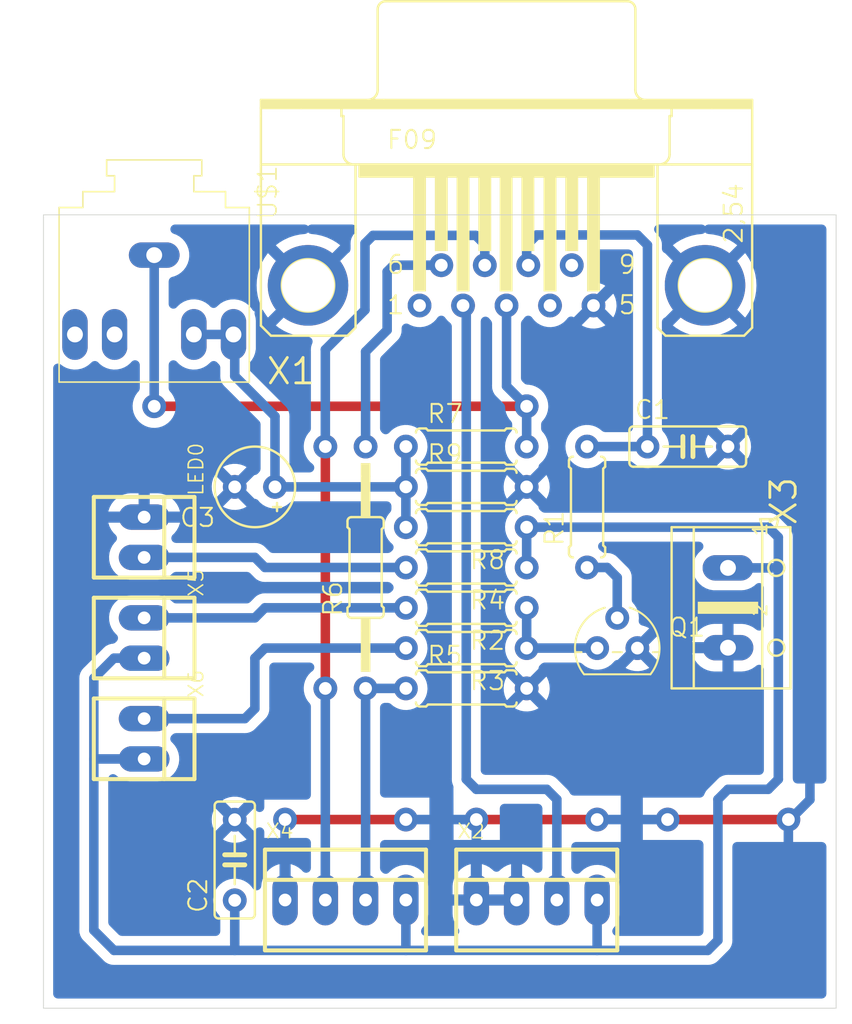
<source format=kicad_pcb>
(kicad_pcb (version 20211014) (generator pcbnew)
  (layers (0 "F.Cu" signal) (31 "B.Cu" signal) (34 "B.Paste" user) (35 "F.Paste" user) (36 "B.SilkS" user "B.Silkscreen") (37 "F.SilkS" user "F.Silkscreen") (38 "B.Mask" user) (39 "F.Mask" user) (44 "Edge.Cuts" user))
  (net 0 "")
  (net 1 "GND")
  (net 2 "N$1")
  (net 3 "N$3")
  (net 4 "+5V")
  (net 5 "N$4")
  (net 6 "N$8")
  (net 7 "N$2")
  (net 8 "N$5")
  (net 9 "N$6")
  (net 10 "N$7")
  (net 11 "N$10")
  (net 12 "N$11")
  (net 13 "N$12")
  (net 14 "N$14")
  (footprint "hub_exterior:0207_7" (layer "F.Cu") (at 150.4061 107.5436 180)
    (fp_text reference "R3" (at -2.54 -1.397 180) (layer "F.SilkS") (effects (font (size 1.143 1.143) (thickness 0.127)) (justify right top)))
    (fp_text value "1kΩ")
    (fp_line (start 2.413 -1.016) (end 2.54 -1.143) (layer "F.SilkS") (width 0.1524))
    (fp_line (start 2.921 1.143) (end 2.54 1.143) (layer "F.SilkS") (width 0.1524))
    (fp_line (start -2.921 1.143) (end -2.54 1.143) (layer "F.SilkS") (width 0.1524))
    (fp_line (start -2.413 -1.016) (end -2.54 -1.143) (layer "F.SilkS") (width 0.1524))
    (fp_line (start -2.921 -1.143) (end -2.54 -1.143) (layer "F.SilkS") (width 0.1524))
    (fp_line (start 2.413 1.016) (end -2.413 1.016) (layer "F.SilkS") (width 0.1524))
    (fp_line (start 2.921 -1.143) (end 2.54 -1.143) (layer "F.SilkS") (width 0.1524))
    (fp_line (start 2.413 1.016) (end 2.54 1.143) (layer "F.SilkS") (width 0.1524))
    (fp_line (start 2.413 -1.016) (end -2.413 -1.016) (layer "F.SilkS") (width 0.1524))
    (fp_line (start -2.413 1.016) (end -2.54 1.143) (layer "F.SilkS") (width 0.1524))
    (fp_arc (start -3.175 -0.889) (mid -3.100605 -1.068605) (end -2.921 -1.143) (layer "F.SilkS") (width 0.1524))
    (fp_arc (start -2.921 1.143) (mid -3.100605 1.068605) (end -3.175 0.889) (layer "F.SilkS") (width 0.1524))
    (fp_arc (start 2.921 -1.143) (mid 3.100605 -1.068605) (end 3.175 -0.889) (layer "F.SilkS") (width 0.1524))
    (fp_arc (start 3.175 0.889) (mid 3.100605 1.068605) (end 2.921 1.143) (layer "F.SilkS") (width 0.1524))
    (pad "1" thru_hole circle (at -3.81 0 180) (size 1.5 1.5) (drill 0.8) (layers *.Cu *.Mask) (net 3 "N$3"))
    (pad "2" thru_hole circle (at 3.81 0 180) (size 1.5 1.5) (drill 0.8) (layers *.Cu *.Mask) (net 9 "N$6"))
  )
  (footprint "hub_exterior:22-23-2041" (layer "F.Cu") (at 142.7861 123.4186)
    (fp_text reference "X4" (at -5.08 -3.81) (layer "F.SilkS") (effects (font (size 0.9144 0.9144) (thickness 0.1016)) (justify left bottom)))
    (fp_text value "GPS")
    (fp_line (start 5.08 3.175) (end -5.08 3.175) (layer "F.SilkS") (width 0.254))
    (fp_line (start -5.08 -1.27) (end 5.08 -1.27) (layer "F.SilkS") (width 0.254))
    (fp_line (start -5.08 3.175) (end -5.08 -1.27) (layer "F.SilkS") (width 0.254))
    (fp_line (start 5.08 -3.175) (end 5.08 -1.27) (layer "F.SilkS") (width 0.254))
    (fp_line (start 5.08 -1.27) (end 5.08 3.175) (layer "F.SilkS") (width 0.254))
    (fp_line (start -5.08 -3.175) (end 5.08 -3.175) (layer "F.SilkS") (width 0.254))
    (fp_line (start -5.08 -1.27) (end -5.08 -3.175) (layer "F.SilkS") (width 0.254))
    (pad "1" thru_hole oval (at -3.81 0 90) (size 3.2 1.6) (drill 0.8) (layers *.Cu *.Mask) (net 1 "GND"))
    (pad "2" thru_hole oval (at -1.27 0 90) (size 3.2 1.6) (drill 0.8) (layers *.Cu *.Mask) (net 11 "N$10"))
    (pad "3" thru_hole oval (at 1.27 0 90) (size 3.2 1.6) (drill 0.8) (layers *.Cu *.Mask) (net 13 "N$12"))
    (pad "4" thru_hole oval (at 3.81 0 90) (size 3.2 1.6) (drill 0.8) (layers *.Cu *.Mask) (net 4 "+5V"))
  )
  (footprint "hub_exterior:0207_7" (layer "F.Cu") (at 150.4061 105.0036 180)
    (fp_text reference "R2" (at -2.54 -1.397 180) (layer "F.SilkS") (effects (font (size 1.143 1.143) (thickness 0.127)) (justify right top)))
    (fp_text value "470Ω")
    (fp_line (start -2.921 -1.143) (end -2.54 -1.143) (layer "F.SilkS") (width 0.1524))
    (fp_line (start 2.413 -1.016) (end -2.413 -1.016) (layer "F.SilkS") (width 0.1524))
    (fp_line (start -2.413 -1.016) (end -2.54 -1.143) (layer "F.SilkS") (width 0.1524))
    (fp_line (start -2.413 1.016) (end -2.54 1.143) (layer "F.SilkS") (width 0.1524))
    (fp_line (start 2.413 1.016) (end 2.54 1.143) (layer "F.SilkS") (width 0.1524))
    (fp_line (start -2.921 1.143) (end -2.54 1.143) (layer "F.SilkS") (width 0.1524))
    (fp_line (start 2.921 1.143) (end 2.54 1.143) (layer "F.SilkS") (width 0.1524))
    (fp_line (start 2.921 -1.143) (end 2.54 -1.143) (layer "F.SilkS") (width 0.1524))
    (fp_line (start 2.413 1.016) (end -2.413 1.016) (layer "F.SilkS") (width 0.1524))
    (fp_line (start 2.413 -1.016) (end 2.54 -1.143) (layer "F.SilkS") (width 0.1524))
    (fp_arc (start 3.175 0.889) (mid 3.100605 1.068605) (end 2.921 1.143) (layer "F.SilkS") (width 0.1524))
    (fp_arc (start 2.921 -1.143) (mid 3.100605 -1.068605) (end 3.175 -0.889) (layer "F.SilkS") (width 0.1524))
    (fp_arc (start -3.175 -0.889) (mid -3.100605 -1.068605) (end -2.921 -1.143) (layer "F.SilkS") (width 0.1524))
    (fp_arc (start -2.921 1.143) (mid -3.100605 1.068605) (end -3.175 0.889) (layer "F.SilkS") (width 0.1524))
    (pad "1" thru_hole circle (at -3.81 0 180) (size 1.5 1.5) (drill 0.8) (layers *.Cu *.Mask) (net 3 "N$3"))
    (pad "2" thru_hole circle (at 3.81 0 180) (size 1.5 1.5) (drill 0.8) (layers *.Cu *.Mask) (net 8 "N$5"))
  )
  (footprint "hub_exterior:C050-025X075" (layer "F.Cu") (at 164.3761 94.8436)
    (fp_text reference "C1" (at -3.429 -1.651) (layer "F.SilkS") (effects (font (size 1.143 1.143) (thickness 0.127)) (justify left bottom)))
    (fp_text value "10nF")
    (fp_line (start -0.3048 0) (end -1.524 0) (layer "F.SilkS") (width 0.1524))
    (fp_line (start 0.3302 0) (end 0.3302 0.635) (layer "F.SilkS") (width 0.3048))
    (fp_line (start -0.3048 0) (end -0.3048 0.635) (layer "F.SilkS") (width 0.3048))
    (fp_line (start 0.3302 -0.635) (end 0.3302 0) (layer "F.SilkS") (width 0.3048))
    (fp_line (start 0.3302 0) (end 1.524 0) (layer "F.SilkS") (width 0.1524))
    (fp_line (start -0.3048 -0.635) (end -0.3048 0) (layer "F.SilkS") (width 0.3048))
    (fp_line (start 3.429 -1.27) (end -3.429 -1.27) (layer "F.SilkS") (width 0.1524))
    (fp_line (start -3.683 -1.016) (end -3.683 1.016) (layer "F.SilkS") (width 0.1524))
    (fp_line (start 3.683 1.016) (end 3.683 -1.016) (layer "F.SilkS") (width 0.1524))
    (fp_line (start -3.429 1.27) (end 3.429 1.27) (layer "F.SilkS") (width 0.1524))
    (fp_arc (start 3.683 1.016) (mid 3.608605 1.195605) (end 3.429 1.27) (layer "F.SilkS") (width 0.1524))
    (fp_arc (start 3.429 -1.27) (mid 3.608605 -1.195605) (end 3.683 -1.016) (layer "F.SilkS") (width 0.1524))
    (fp_arc (start -3.683 -1.016) (mid -3.608605 -1.195605) (end -3.429 -1.27) (layer "F.SilkS") (width 0.1524))
    (fp_arc (start -3.429 1.27) (mid -3.608605 1.195605) (end -3.683 1.016) (layer "F.SilkS") (width 0.1524))
    (pad "1" thru_hole circle (at -2.54 0) (size 1.5 1.5) (drill 0.8) (layers *.Cu *.Mask) (net 6 "N$8"))
    (pad "2" thru_hole circle (at 2.54 0) (size 1.5 1.5) (drill 0.8) (layers *.Cu *.Mask) (net 1 "GND"))
  )
  (footprint "hub_exterior:0207_7" (layer "F.Cu") (at 150.4061 97.3836)
    (fp_text reference "R9" (at -2.54 -1.397) (layer "F.SilkS") (effects (font (size 1.143 1.143) (thickness 0.127)) (justify left bottom)))
    (fp_text value "10kΩ")
    (fp_line (start -2.413 -1.016) (end -2.54 -1.143) (layer "F.SilkS") (width 0.1524))
    (fp_line (start -2.413 1.016) (end -2.54 1.143) (layer "F.SilkS") (width 0.1524))
    (fp_line (start 2.921 -1.143) (end 2.54 -1.143) (layer "F.SilkS") (width 0.1524))
    (fp_line (start -2.921 -1.143) (end -2.54 -1.143) (layer "F.SilkS") (width 0.1524))
    (fp_line (start 2.413 1.016) (end -2.413 1.016) (layer "F.SilkS") (width 0.1524))
    (fp_line (start 2.921 1.143) (end 2.54 1.143) (layer "F.SilkS") (width 0.1524))
    (fp_line (start 2.413 -1.016) (end 2.54 -1.143) (layer "F.SilkS") (width 0.1524))
    (fp_line (start -2.921 1.143) (end -2.54 1.143) (layer "F.SilkS") (width 0.1524))
    (fp_line (start 2.413 1.016) (end 2.54 1.143) (layer "F.SilkS") (width 0.1524))
    (fp_line (start 2.413 -1.016) (end -2.413 -1.016) (layer "F.SilkS") (width 0.1524))
    (fp_arc (start 3.175 0.889) (mid 3.100605 1.068605) (end 2.921 1.143) (layer "F.SilkS") (width 0.1524))
    (fp_arc (start 2.921 -1.143) (mid 3.100605 -1.068605) (end 3.175 -0.889) (layer "F.SilkS") (width 0.1524))
    (fp_arc (start -2.921 1.143) (mid -3.100605 1.068605) (end -3.175 0.889) (layer "F.SilkS") (width 0.1524))
    (fp_arc (start -3.175 -0.889) (mid -3.100605 -1.068605) (end -2.921 -1.143) (layer "F.SilkS") (width 0.1524))
    (pad "1" thru_hole circle (at -3.81 0) (size 1.5 1.5) (drill 0.8) (layers *.Cu *.Mask) (net 14 "N$14"))
    (pad "2" thru_hole circle (at 3.81 0) (size 1.5 1.5) (drill 0.8) (layers *.Cu *.Mask) (net 1 "GND"))
  )
  (footprint "hub_exterior:0207_7" (layer "F.Cu") (at 150.4061 102.4636 180)
    (fp_text reference "R4" (at -2.54 -1.397 180) (layer "F.SilkS") (effects (font (size 1.143 1.143) (thickness 0.127)) (justify right top)))
    (fp_text value "470Ω")
    (fp_line (start 2.413 -1.016) (end -2.413 -1.016) (layer "F.SilkS") (width 0.1524))
    (fp_line (start -2.413 1.016) (end -2.54 1.143) (layer "F.SilkS") (width 0.1524))
    (fp_line (start -2.413 -1.016) (end -2.54 -1.143) (layer "F.SilkS") (width 0.1524))
    (fp_line (start 2.921 1.143) (end 2.54 1.143) (layer "F.SilkS") (width 0.1524))
    (fp_line (start 2.921 -1.143) (end 2.54 -1.143) (layer "F.SilkS") (width 0.1524))
    (fp_line (start -2.921 -1.143) (end -2.54 -1.143) (layer "F.SilkS") (width 0.1524))
    (fp_line (start 2.413 -1.016) (end 2.54 -1.143) (layer "F.SilkS") (width 0.1524))
    (fp_line (start 2.413 1.016) (end -2.413 1.016) (layer "F.SilkS") (width 0.1524))
    (fp_line (start -2.921 1.143) (end -2.54 1.143) (layer "F.SilkS") (width 0.1524))
    (fp_line (start 2.413 1.016) (end 2.54 1.143) (layer "F.SilkS") (width 0.1524))
    (fp_arc (start 3.175 0.889) (mid 3.100605 1.068605) (end 2.921 1.143) (layer "F.SilkS") (width 0.1524))
    (fp_arc (start -2.921 1.143) (mid -3.100605 1.068605) (end -3.175 0.889) (layer "F.SilkS") (width 0.1524))
    (fp_arc (start -3.175 -0.889) (mid -3.100605 -1.068605) (end -2.921 -1.143) (layer "F.SilkS") (width 0.1524))
    (fp_arc (start 2.921 -1.143) (mid 3.100605 -1.068605) (end 3.175 -0.889) (layer "F.SilkS") (width 0.1524))
    (pad "1" thru_hole circle (at -3.81 0 180) (size 1.5 1.5) (drill 0.8) (layers *.Cu *.Mask) (net 4 "+5V"))
    (pad "2" thru_hole circle (at 3.81 0 180) (size 1.5 1.5) (drill 0.8) (layers *.Cu *.Mask) (net 7 "N$2"))
  )
  (footprint "hub_exterior:E2,5-5" (layer "F.Cu") (at 137.0711 97.3836 180)
    (fp_text reference "C3" (at 2.413 -1.27 180) (layer "F.SilkS") (effects (font (size 1.143 1.143) (thickness 0.127)) (justify right top)))
    (fp_text value "10uF")
    (fp_line (start -1.397 -1.27) (end -1.143 -1.27) (layer "F.SilkS") (width 0.1524))
    (fp_line (start -1.397 -1.27) (end -1.397 -1.524) (layer "F.SilkS") (width 0.1524))
    (fp_line (start -1.397 -1.016) (end -1.397 -1.27) (layer "F.SilkS") (width 0.1524))
    (fp_line (start -1.651 -1.27) (end -1.397 -1.27) (layer "F.SilkS") (width 0.1524))
    (fp_circle (center 0 0) (end 2.54 0) (layer "F.SilkS") (width 0.1524) (fill none))
    (pad "+" thru_hole circle (at -1.27 0 180) (size 1.5 1.5) (drill 0.8) (layers *.Cu *.Mask) (net 14 "N$14"))
    (pad "-" thru_hole circle (at 1.27 0 180) (size 1.5 1.5) (drill 0.8) (layers *.Cu *.Mask) (net 1 "GND"))
  )
  (footprint "hub_exterior:22-23-2021" (layer "F.Cu") (at 130.0861 113.2586 -90)
    (fp_text reference "X6" (at -2.54 -3.81 -90) (layer "F.SilkS") (effects (font (size 0.9144 0.9144) (thickness 0.1016)) (justify left bottom)))
    (fp_text value "BUZZER")
    (fp_line (start -2.54 3.175) (end -2.54 -1.27) (layer "F.SilkS") (width 0.254))
    (fp_line (start -2.54 -1.27) (end 2.54 -1.27) (layer "F.SilkS") (width 0.254))
    (fp_line (start -2.54 -3.175) (end 2.54 -3.175) (layer "F.SilkS") (width 0.254))
    (fp_line (start -2.54 -1.27) (end -2.54 -3.175) (layer "F.SilkS") (width 0.254))
    (fp_line (start 2.54 -1.27) (end 2.54 3.175) (layer "F.SilkS") (width 0.254))
    (fp_line (start 2.54 -3.175) (end 2.54 -1.27) (layer "F.SilkS") (width 0.254))
    (fp_line (start 2.54 3.175) (end -2.54 3.175) (layer "F.SilkS") (width 0.254))
    (pad "1" thru_hole oval (at -1.27 0) (size 3.2 1.6) (drill 0.8) (layers *.Cu *.Mask) (net 9 "N$6"))
    (pad "2" thru_hole oval (at 1.27 0) (size 3.2 1.6) (drill 0.8) (layers *.Cu *.Mask) (net 4 "+5V"))
  )
  (footprint "hub_exterior:0207_7" (layer "F.Cu") (at 158.0261 98.6536 90)
    (fp_text reference "R1" (at -2.54 -1.397 90) (layer "F.SilkS") (effects (font (size 1.143 1.143) (thickness 0.127)) (justify left bottom)))
    (fp_text value "10kΩ")
    (fp_line (start -2.921 1.143) (end -2.54 1.143) (layer "F.SilkS") (width 0.1524))
    (fp_line (start -2.921 -1.143) (end -2.54 -1.143) (layer "F.SilkS") (width 0.1524))
    (fp_line (start 2.921 1.143) (end 2.54 1.143) (layer "F.SilkS") (width 0.1524))
    (fp_line (start 2.413 1.016) (end -2.413 1.016) (layer "F.SilkS") (width 0.1524))
    (fp_line (start 2.413 -1.016) (end -2.413 -1.016) (layer "F.SilkS") (width 0.1524))
    (fp_line (start 2.413 1.016) (end 2.54 1.143) (layer "F.SilkS") (width 0.1524))
    (fp_line (start 2.921 -1.143) (end 2.54 -1.143) (layer "F.SilkS") (width 0.1524))
    (fp_line (start -2.413 -1.016) (end -2.54 -1.143) (layer "F.SilkS") (width 0.1524))
    (fp_line (start 2.413 -1.016) (end 2.54 -1.143) (layer "F.SilkS") (width 0.1524))
    (fp_line (start -2.413 1.016) (end -2.54 1.143) (layer "F.SilkS") (width 0.1524))
    (fp_arc (start 2.921 -1.143) (mid 3.100605 -1.068605) (end 3.175 -0.889) (layer "F.SilkS") (width 0.1524))
    (fp_arc (start -2.921 1.143) (mid -3.100605 1.068605) (end -3.175 0.889) (layer "F.SilkS") (width 0.1524))
    (fp_arc (start -3.175 -0.889) (mid -3.100605 -1.068605) (end -2.921 -1.143) (layer "F.SilkS") (width 0.1524))
    (fp_arc (start 3.175 0.889) (mid 3.100605 1.068605) (end 2.921 1.143) (layer "F.SilkS") (width 0.1524))
    (pad "1" thru_hole circle (at -3.81 0 90) (size 1.5 1.5) (drill 0.8) (layers *.Cu *.Mask) (net 2 "N$1"))
    (pad "2" thru_hole circle (at 3.81 0 90) (size 1.5 1.5) (drill 0.8) (layers *.Cu *.Mask) (net 6 "N$8"))
  )
  (footprint "hub_exterior:22-23-2041" (layer "F.Cu") (at 154.8511 123.4186)
    (fp_text reference "X2" (at -5.08 -3.81) (layer "F.SilkS") (effects (font (size 0.9144 0.9144) (thickness 0.1016)) (justify left bottom)))
    (fp_text value "LLUVIA")
    (fp_line (start -5.08 -1.27) (end 5.08 -1.27) (layer "F.SilkS") (width 0.254))
    (fp_line (start 5.08 3.175) (end -5.08 3.175) (layer "F.SilkS") (width 0.254))
    (fp_line (start -5.08 -1.27) (end -5.08 -3.175) (layer "F.SilkS") (width 0.254))
    (fp_line (start -5.08 -3.175) (end 5.08 -3.175) (layer "F.SilkS") (width 0.254))
    (fp_line (start -5.08 3.175) (end -5.08 -1.27) (layer "F.SilkS") (width 0.254))
    (fp_line (start 5.08 -1.27) (end 5.08 3.175) (layer "F.SilkS") (width 0.254))
    (fp_line (start 5.08 -3.175) (end 5.08 -1.27) (layer "F.SilkS") (width 0.254))
    (pad "1" thru_hole oval (at -3.81 0 90) (size 3.2 1.6) (drill 0.8) (layers *.Cu *.Mask) (net 1 "GND"))
    (pad "2" thru_hole oval (at -1.27 0 90) (size 3.2 1.6) (drill 0.8) (layers *.Cu *.Mask) (net 1 "GND"))
    (pad "3" thru_hole oval (at 1.27 0 90) (size 3.2 1.6) (drill 0.8) (layers *.Cu *.Mask) (net 10 "N$7"))
    (pad "4" thru_hole oval (at 3.81 0 90) (size 3.2 1.6) (drill 0.8) (layers *.Cu *.Mask) (net 4 "+5V"))
  )
  (footprint "hub_exterior:0207_7" (layer "F.Cu") (at 150.4061 99.9236 180)
    (fp_text reference "R8" (at -2.54 -1.397 180) (layer "F.SilkS") (effects (font (size 1.143 1.143) (thickness 0.127)) (justify right top)))
    (fp_text value "10kΩ")
    (fp_line (start -2.413 -1.016) (end -2.54 -1.143) (layer "F.SilkS") (width 0.1524))
    (fp_line (start 2.921 1.143) (end 2.54 1.143) (layer "F.SilkS") (width 0.1524))
    (fp_line (start -2.921 1.143) (end -2.54 1.143) (layer "F.SilkS") (width 0.1524))
    (fp_line (start 2.413 1.016) (end -2.413 1.016) (layer "F.SilkS") (width 0.1524))
    (fp_line (start 2.413 -1.016) (end -2.413 -1.016) (layer "F.SilkS") (width 0.1524))
    (fp_line (start 2.413 -1.016) (end 2.54 -1.143) (layer "F.SilkS") (width 0.1524))
    (fp_line (start -2.921 -1.143) (end -2.54 -1.143) (layer "F.SilkS") (width 0.1524))
    (fp_line (start 2.413 1.016) (end 2.54 1.143) (layer "F.SilkS") (width 0.1524))
    (fp_line (start 2.921 -1.143) (end 2.54 -1.143) (layer "F.SilkS") (width 0.1524))
    (fp_line (start -2.413 1.016) (end -2.54 1.143) (layer "F.SilkS") (width 0.1524))
    (fp_arc (start -2.921 1.143) (mid -3.100605 1.068605) (end -3.175 0.889) (layer "F.SilkS") (width 0.1524))
    (fp_arc (start 2.921 -1.143) (mid 3.100605 -1.068605) (end 3.175 -0.889) (layer "F.SilkS") (width 0.1524))
    (fp_arc (start 3.175 0.889) (mid 3.100605 1.068605) (end 2.921 1.143) (layer "F.SilkS") (width 0.1524))
    (fp_arc (start -3.175 -0.889) (mid -3.100605 -1.068605) (end -2.921 -1.143) (layer "F.SilkS") (width 0.1524))
    (pad "1" thru_hole circle (at -3.81 0 180) (size 1.5 1.5) (drill 0.8) (layers *.Cu *.Mask) (net 4 "+5V"))
    (pad "2" thru_hole circle (at 3.81 0 180) (size 1.5 1.5) (drill 0.8) (layers *.Cu *.Mask) (net 14 "N$14"))
  )
  (footprint "hub_exterior:22-23-2021" (layer "F.Cu") (at 130.0861 100.5586 -90)
    (fp_text reference "LED0" (at -2.54 -3.81 -90) (layer "F.SilkS") (effects (font (size 0.9144 0.9144) (thickness 0.1016)) (justify left bottom)))
    (fp_text value "LED_VERDE")
    (fp_line (start 2.54 3.175) (end -2.54 3.175) (layer "F.SilkS") (width 0.254))
    (fp_line (start 2.54 -3.175) (end 2.54 -1.27) (layer "F.SilkS") (width 0.254))
    (fp_line (start -2.54 -3.175) (end 2.54 -3.175) (layer "F.SilkS") (width 0.254))
    (fp_line (start -2.54 -1.27) (end 2.54 -1.27) (layer "F.SilkS") (width 0.254))
    (fp_line (start -2.54 -1.27) (end -2.54 -3.175) (layer "F.SilkS") (width 0.254))
    (fp_line (start 2.54 -1.27) (end 2.54 3.175) (layer "F.SilkS") (width 0.254))
    (fp_line (start -2.54 3.175) (end -2.54 -1.27) (layer "F.SilkS") (width 0.254))
    (pad "1" thru_hole oval (at -1.27 0) (size 3.2 1.6) (drill 0.8) (layers *.Cu *.Mask) (net 1 "GND"))
    (pad "2" thru_hole oval (at 1.27 0) (size 3.2 1.6) (drill 0.8) (layers *.Cu *.Mask) (net 7 "N$2"))
  )
  (footprint "hub_exterior:SPC21348" (layer "F.Cu") (at 130.7211 82.7786 -90)
    (fp_text reference "U$1" (at -2.16 -7.83 -90) (layer "F.SilkS") (effects (font (size 1.1684 1.1684) (thickness 0.1016)) (justify left bottom)))
    (fp_text value "JACK-STEREO")
    (fp_line (start -4 2.5) (end -5 2.5) (layer "F.SilkS") (width 0.1))
    (fp_line (start -3 -4.5) (end -4 -4.5) (layer "F.SilkS") (width 0.1))
    (fp_line (start -6 -3) (end -5 -3) (layer "F.SilkS") (width 0.1))
    (fp_line (start -4 3) (end -4 2.5) (layer "F.SilkS") (width 0.1))
    (fp_line (start -4 -2.5) (end -4 -3) (layer "F.SilkS") (width 0.1))
    (fp_line (start -4 -4.5) (end -4 -3) (layer "F.SilkS") (width 0.1))
    (fp_line (start -3 4.5) (end -4 4.5) (layer "F.SilkS") (width 0.1))
    (fp_line (start -5 2.5) (end -5 3) (layer "F.SilkS") (width 0.1))
    (fp_line (start -3 -6) (end -3 -4.5) (layer "F.SilkS") (width 0.1))
    (fp_line (start -3 6) (end 8 6) (layer "F.SilkS") (width 0.1))
    (fp_line (start -6 -3) (end -6 3) (layer "F.SilkS") (width 0.1))
    (fp_line (start -3 -6) (end 8 -6) (layer "F.SilkS") (width 0.1))
    (fp_line (start -5 -2.5) (end -4 -2.5) (layer "F.SilkS") (width 0.1))
    (fp_line (start -5 -3) (end -5 -2.5) (layer "F.SilkS") (width 0.1))
    (fp_line (start -6 3) (end -5 3) (layer "F.SilkS") (width 0.1))
    (fp_line (start -4 4.5) (end -4 3) (layer "F.SilkS") (width 0.1))
    (fp_line (start 8 -6) (end 8 6) (layer "F.SilkS") (width 0.1))
    (fp_line (start -3 6) (end -3 4.5) (layer "F.SilkS") (width 0.1))
    (pad "P$3" thru_hole oval (at 0 0) (size 3.2 1.6) (drill 1) (layers *.Cu *.Mask) (net 5 "N$4"))
    (pad "P$4" thru_hole oval (at 5 2.5 90) (size 3.2 1.6) (drill 1) (layers *.Cu *.Mask))
    (pad "P$5" thru_hole oval (at 5 -2.5 90) (size 3.2 1.6) (drill 1) (layers *.Cu *.Mask) (net 14 "N$14"))
    (pad "P$6" thru_hole oval (at 5 5 90) (size 3.2 1.6) (drill 1) (layers *.Cu *.Mask))
    (pad "P$7" thru_hole oval (at 5 -5 90) (size 3.2 1.6) (drill 1) (layers *.Cu *.Mask) (net 14 "N$14"))
  )
  (footprint "hub_exterior:0207_7" (layer "F.Cu") (at 150.4061 110.0836)
    (fp_text reference "R5" (at -2.54 -1.397) (layer "F.SilkS") (effects (font (size 1.143 1.143) (thickness 0.127)) (justify left bottom)))
    (fp_text value "10kΩ")
    (fp_line (start 2.921 -1.143) (end 2.54 -1.143) (layer "F.SilkS") (width 0.1524))
    (fp_line (start 2.413 -1.016) (end -2.413 -1.016) (layer "F.SilkS") (width 0.1524))
    (fp_line (start -2.921 -1.143) (end -2.54 -1.143) (layer "F.SilkS") (width 0.1524))
    (fp_line (start -2.413 1.016) (end -2.54 1.143) (layer "F.SilkS") (width 0.1524))
    (fp_line (start -2.413 -1.016) (end -2.54 -1.143) (layer "F.SilkS") (width 0.1524))
    (fp_line (start 2.413 1.016) (end -2.413 1.016) (layer "F.SilkS") (width 0.1524))
    (fp_line (start 2.413 1.016) (end 2.54 1.143) (layer "F.SilkS") (width 0.1524))
    (fp_line (start 2.413 -1.016) (end 2.54 -1.143) (layer "F.SilkS") (width 0.1524))
    (fp_line (start -2.921 1.143) (end -2.54 1.143) (layer "F.SilkS") (width 0.1524))
    (fp_line (start 2.921 1.143) (end 2.54 1.143) (layer "F.SilkS") (width 0.1524))
    (fp_arc (start 3.175 0.889) (mid 3.100605 1.068605) (end 2.921 1.143) (layer "F.SilkS") (width 0.1524))
    (fp_arc (start 2.921 -1.143) (mid 3.100605 -1.068605) (end 3.175 -0.889) (layer "F.SilkS") (width 0.1524))
    (fp_arc (start -3.175 -0.889) (mid -3.100605 -1.068605) (end -2.921 -1.143) (layer "F.SilkS") (width 0.1524))
    (fp_arc (start -2.921 1.143) (mid -3.100605 1.068605) (end -3.175 0.889) (layer "F.SilkS") (width 0.1524))
    (pad "1" thru_hole circle (at -3.81 0) (size 1.5 1.5) (drill 0.8) (layers *.Cu *.Mask) (net 13 "N$12"))
    (pad "2" thru_hole circle (at 3.81 0) (size 1.5 1.5) (drill 0.8) (layers *.Cu *.Mask) (net 1 "GND"))
  )
  (footprint "hub_exterior:C050-025X075" (layer "F.Cu") (at 135.8011 120.8986 90)
    (fp_text reference "C2" (at -3.429 -1.651 90) (layer "F.SilkS") (effects (font (size 1.143 1.143) (thickness 0.127)) (justify left bottom)))
    (fp_text value "10nF")
    (fp_line (start -0.3048 -0.635) (end -0.3048 0) (layer "F.SilkS") (width 0.3048))
    (fp_line (start 0.3302 0) (end 1.524 0) (layer "F.SilkS") (width 0.1524))
    (fp_line (start 3.429 -1.27) (end -3.429 -1.27) (layer "F.SilkS") (width 0.1524))
    (fp_line (start 0.3302 -0.635) (end 0.3302 0) (layer "F.SilkS") (width 0.3048))
    (fp_line (start -3.429 1.27) (end 3.429 1.27) (layer "F.SilkS") (width 0.1524))
    (fp_line (start 0.3302 0) (end 0.3302 0.635) (layer "F.SilkS") (width 0.3048))
    (fp_line (start -3.683 -1.016) (end -3.683 1.016) (layer "F.SilkS") (width 0.1524))
    (fp_line (start -0.3048 0) (end -0.3048 0.635) (layer "F.SilkS") (width 0.3048))
    (fp_line (start 3.683 1.016) (end 3.683 -1.016) (layer "F.SilkS") (width 0.1524))
    (fp_line (start -0.3048 0) (end -1.524 0) (layer "F.SilkS") (width 0.1524))
    (fp_arc (start 3.683 1.016) (mid 3.608605 1.195605) (end 3.429 1.27) (layer "F.SilkS") (width 0.1524))
    (fp_arc (start -3.429 1.27) (mid -3.608605 1.195605) (end -3.683 1.016) (layer "F.SilkS") (width 0.1524))
    (fp_arc (start 3.429 -1.27) (mid 3.608605 -1.195605) (end 3.683 -1.016) (layer "F.SilkS") (width 0.1524))
    (fp_arc (start -3.683 -1.016) (mid -3.608605 -1.195605) (end -3.429 -1.27) (layer "F.SilkS") (width 0.1524))
    (pad "1" thru_hole circle (at -2.54 0 90) (size 1.5 1.5) (drill 0.8) (layers *.Cu *.Mask) (net 4 "+5V"))
    (pad "2" thru_hole circle (at 2.54 0 90) (size 1.5 1.5) (drill 0.8) (layers *.Cu *.Mask) (net 1 "GND"))
  )
  (footprint "hub_exterior:F09HP" (layer "F.Cu") (at 152.9461 84.6836)
    (fp_text reference "X1" (at -15.24 6.35) (layer "F.SilkS") (effects (font (size 1.6002 1.6002) (thickness 0.1778)) (justify left bottom)))
    (fp_text value "")
    (fp_text user "5" (at 6.985 1.905) (layer "F.SilkS") (effects (font (size 1.143 1.143) (thickness 0.127)) (justify left bottom)))
    (fp_text user "6" (at -7.62 -0.635) (layer "F.SilkS") (effects (font (size 1.143 1.143) (thickness 0.127)) (justify left bottom)))
    (fp_text user "1" (at -7.62 1.905) (layer "F.SilkS") (effects (font (size 1.143 1.143) (thickness 0.127)) (justify left bottom)))
    (fp_text user "2,54" (at 14.986 -2.54 90) (layer "F.SilkS") (effects (font (size 1.143 1.143) (thickness 0.127)) (justify left bottom)))
    (fp_text user "F09" (at -7.62 -8.509) (layer "F.SilkS") (effects (font (size 1.143 1.143) (thickness 0.127)) (justify left bottom)))
    (fp_text user "9" (at 6.985 -0.635) (layer "F.SilkS") (effects (font (size 1.143 1.143) (thickness 0.127)) (justify left bottom)))
    (fp_line (start 10.033 3.175) (end 14.986 3.175) (layer "F.SilkS") (width 0.1524))
    (fp_line (start -10.033 3.175) (end -9.525 2.667) (layer "F.SilkS") (width 0.1524))
    (fp_line (start 15.494 -11.684) (end 15.494 -11.176) (layer "F.SilkS") (width 0.1524))
    (fp_line (start -10.414 -7.62) (end -9.525 -7.62) (layer "F.SilkS") (width 0.1524))
    (fp_line (start 7.366 -17.907) (end 7.62 -17.907) (layer "F.SilkS") (width 0.1524))
    (fp_line (start -7.747 -11.684) (end 7.747 -11.684) (layer "F.SilkS") (width 0.1524))
    (fp_line (start 10.414 -7.62) (end 15.494 -7.62) (layer "F.SilkS") (width 0.1524))
    (fp_line (start -15.494 -11.684) (end -7.747 -11.684) (layer "F.SilkS") (width 0.1524))
    (fp_line (start 9.271 -7.62) (end 9.271 -6.858) (layer "F.SilkS") (width 0.1524))
    (fp_line (start -14.859 3.175) (end -15.494 2.54) (layer "F.SilkS") (width 0.1524))
    (fp_line (start -9.271 -6.858) (end 9.271 -6.858) (layer "F.SilkS") (width 0.1524))
    (fp_line (start 9.525 2.667) (end 9.525 -7.62) (layer "F.SilkS") (width 0.1524))
    (fp_line (start -9.525 2.667) (end -9.525 -7.62) (layer "F.SilkS") (width 0.1524))
    (fp_line (start 15.494 -11.176) (end 15.494 -10.668) (layer "F.SilkS") (width 0.1524))
    (fp_line (start 15.494 2.667) (end 15.494 -7.493) (layer "F.SilkS") (width 0.1524))
    (fp_line (start -15.494 -11.176) (end -15.494 -11.684) (layer "F.SilkS") (width 0.1524))
    (fp_line (start 15.494 -7.62) (end 15.494 -7.493) (layer "F.SilkS") (width 0.1524))
    (fp_line (start 12.954 -11.176) (end 15.494 -11.176) (layer "F.SilkS") (width 0.1524))
    (fp_line (start -10.287 -8.255) (end -10.287 -10.668) (layer "F.SilkS") (width 0.1524))
    (fp_line (start -10.414 -10.668) (end -10.414 -11.176) (layer "F.SilkS") (width 0.1524))
    (fp_line (start 10.287 -8.255) (end 10.287 -10.668) (layer "F.SilkS") (width 0.1524))
    (fp_line (start -10.033 3.175) (end -14.859 3.175) (layer "F.SilkS") (width 0.1524))
    (fp_line (start 9.271 -7.62) (end 9.525 -7.62) (layer "F.SilkS") (width 0.1524))
    (fp_line (start 15.494 -10.668) (end 15.494 -7.62) (layer "F.SilkS") (width 0.1524))
    (fp_line (start -10.414 -10.668) (end -10.287 -10.668) (layer "F.SilkS") (width 0.1524))
    (fp_line (start -10.414 -11.176) (end 10.414 -11.176) (layer "F.SilkS") (width 0.1524))
    (fp_line (start -7.366 -17.907) (end 7.366 -17.907) (layer "F.SilkS") (width 0.1524))
    (fp_line (start 9.525 2.667) (end 10.033 3.175) (layer "F.SilkS") (width 0.1524))
    (fp_line (start -12.954 -11.176) (end -10.414 -11.176) (layer "F.SilkS") (width 0.1524))
    (fp_line (start -15.494 -7.62) (end -15.494 -10.668) (layer "F.SilkS") (width 0.1524))
    (fp_line (start -9.525 -7.62) (end -9.271 -7.62) (layer "F.SilkS") (width 0.1524))
    (fp_line (start 10.414 -10.668) (end 10.414 -11.176) (layer "F.SilkS") (width 0.1524))
    (fp_line (start -15.494 -11.176) (end -12.954 -11.176) (layer "F.SilkS") (width 0.1524))
    (fp_line (start 8.128 -12.319) (end 8.128 -17.399) (layer "F.SilkS") (width 0.1524))
    (fp_line (start -7.62 -17.907) (end -7.366 -17.907) (layer "F.SilkS") (width 0.1524))
    (fp_line (start 9.525 -7.62) (end 10.414 -7.62) (layer "F.SilkS") (width 0.1524))
    (fp_line (start -9.271 -7.62) (end 9.271 -7.62) (layer "F.SilkS") (width 0.1524))
    (fp_line (start -8.128 -12.319) (end -8.128 -17.399) (layer "F.SilkS") (width 0.1524))
    (fp_line (start -15.494 -10.668) (end -15.494 -11.176) (layer "F.SilkS") (width 0.1524))
    (fp_line (start -9.271 -7.62) (end -9.271 -6.858) (layer "F.SilkS") (width 0.1524))
    (fp_line (start -15.494 2.54) (end -15.494 -7.493) (layer "F.SilkS") (width 0.1524))
    (fp_line (start -15.494 -7.62) (end -15.494 -7.493) (layer "F.SilkS") (width 0.1524))
    (fp_line (start 14.986 3.175) (end 15.494 2.667) (layer "F.SilkS") (width 0.1524))
    (fp_line (start 10.287 -10.668) (end 10.414 -10.668) (layer "F.SilkS") (width 0.1524))
    (fp_line (start 10.414 -11.176) (end 12.954 -11.176) (layer "F.SilkS") (width 0.1524))
    (fp_line (start -15.494 -7.62) (end -10.414 -7.62) (layer "F.SilkS") (width 0.1524))
    (fp_line (start 7.747 -11.684) (end 15.494 -11.684) (layer "F.SilkS") (width 0.1524))
    (fp_arc (start -8.128 -17.399) (mid -7.97921 -17.75821) (end -7.62 -17.907) (layer "F.SilkS") (width 0.1524))
    (fp_arc (start 10.287 -8.255) (mid 10.101013 -7.805987) (end 9.652 -7.62) (layer "F.SilkS") (width 0.1524))
    (fp_arc (start 8.763 -11.684) (mid 8.313987 -11.869987) (end 8.128 -12.319) (layer "F.SilkS") (width 0.1524))
    (fp_arc (start 7.62 -17.907) (mid 7.97921 -17.75821) (end 8.128 -17.399) (layer "F.SilkS") (width 0.1524))
    (fp_arc (start -8.128 -12.319) (mid -8.313987 -11.869987) (end -8.763 -11.684) (layer "F.SilkS") (width 0.1524))
    (fp_arc (start -9.652 -7.62) (mid -10.101013 -7.805987) (end -10.287 -8.255) (layer "F.SilkS") (width 0.1524))
    (fp_circle (center 12.5222 0) (end 14.1732 0) (layer "F.SilkS") (width 0.1524) (fill none))
    (fp_circle (center -12.5222 0) (end -10.8712 0) (layer "F.SilkS") (width 0.1524) (fill none))
    (fp_poly (pts (xy -0.4318 0.381) (xy 0.381 0.381) (xy 0.381 -6.858) (xy -0.4318 -6.858)) (layer "F.SilkS") (width 0) (fill solid))
    (fp_poly (pts (xy 2.3368 0.381) (xy 3.1496 0.381) (xy 3.1496 -6.858) (xy 2.3368 -6.858)) (layer "F.SilkS") (width 0) (fill solid))
    (fp_poly (pts (xy 3.7084 -2.159) (xy 4.5212 -2.159) (xy 4.5212 -6.858) (xy 3.7084 -6.858)) (layer "F.SilkS") (width 0) (fill solid))
    (fp_poly (pts (xy -15.494 -11.176) (xy 15.494 -11.176) (xy 15.494 -11.684) (xy -15.494 -11.684)) (layer "F.SilkS") (width 0) (fill solid))
    (fp_poly (pts (xy -1.778 -2.159) (xy -0.9652 -2.159) (xy -0.9652 -6.858) (xy -1.778 -6.858)) (layer "F.SilkS") (width 0) (fill solid))
    (fp_poly (pts (xy -9.271 -6.858) (xy 9.271 -6.858) (xy 9.271 -7.62) (xy -9.271 -7.62)) (layer "F.SilkS") (width 0) (fill solid))
    (fp_poly (pts (xy 0.9398 -2.159) (xy 1.7526 -2.159) (xy 1.7526 -6.858) (xy 0.9398 -6.858)) (layer "F.SilkS") (width 0) (fill solid))
    (fp_poly (pts (xy -4.5212 -2.159) (xy -3.7084 -2.159) (xy -3.7084 -6.858) (xy -4.5212 -6.858)) (layer "F.SilkS") (width 0) (fill solid))
    (fp_poly (pts (xy -5.8928 0.381) (xy -5.08 0.381) (xy -5.08 -6.858) (xy -5.8928 -6.858)) (layer "F.SilkS") (width 0) (fill solid))
    (fp_poly (pts (xy -3.1496 0.381) (xy -2.3368 0.381) (xy -2.3368 -6.858) (xy -3.1496 -6.858)) (layer "F.SilkS") (width 0) (fill solid))
    (fp_poly (pts (xy 5.08 0.381) (xy 5.8928 0.381) (xy 5.8928 -6.858) (xy 5.08 -6.858)) (layer "F.SilkS") (width 0) (fill solid))
    (pad "1" thru_hole circle (at -5.4864 1.27) (size 1.5 1.5) (drill 0.8) (layers *.Cu *.Mask))
    (pad "2" thru_hole circle (at -2.7432 1.27) (size 1.5 1.5) (drill 0.8) (layers *.Cu *.Mask) (net 10 "N$7"))
    (pad "3" thru_hole circle (at 0 1.27) (size 1.5 1.5) (drill 0.8) (layers *.Cu *.Mask) (net 5 "N$4"))
    (pad "4" thru_hole circle (at 2.7432 1.27) (size 1.5 1.5) (drill 0.8) (layers *.Cu *.Mask))
    (pad "5" thru_hole circle (at 5.4864 1.27) (size 1.5 1.5) (drill 0.8) (layers *.Cu *.Mask) (net 1 "GND"))
    (pad "6" thru_hole circle (at -4.1148 -1.27) (size 1.5 1.5) (drill 0.8) (layers *.Cu *.Mask) (net 12 "N$11"))
    (pad "7" thru_hole circle (at -1.3716 -1.27) (size 1.5 1.5) (drill 0.8) (layers *.Cu *.Mask) (net 11 "N$10"))
    (pad "8" thru_hole circle (at 1.3716 -1.27) (size 1.5 1.5) (drill 0.8) (layers *.Cu *.Mask) (net 6 "N$8"))
    (pad "9" thru_hole circle (at 4.1148 -1.27) (size 1.5 1.5) (drill 0.8) (layers *.Cu *.Mask))
    (pad "G1" thru_hole circle (at -12.5222 0) (size 5.08 5.08) (drill 3.302) (layers *.Cu *.Mask) (net 1 "GND"))
    (pad "G2" thru_hole circle (at 12.5222 0) (size 5.08 5.08) (drill 3.302) (layers *.Cu *.Mask) (net 1 "GND"))
  )
  (footprint "hub_exterior:0207_15" (layer "F.Cu") (at 144.0561 102.4636 90)
    (fp_text reference "R6" (at -3.175 -1.397 90) (layer "F.SilkS") (effects (font (size 1.143 1.143) (thickness 0.127)) (justify left bottom)))
    (fp_text value "10kΩ")
    (fp_line (start -2.921 -1.143) (end -2.54 -1.143) (layer "F.SilkS") (width 0.1524))
    (fp_line (start 3.175 0.889) (end 3.175 -0.889) (layer "F.SilkS") (width 0.1524))
    (fp_line (start 2.413 1.016) (end -2.413 1.016) (layer "F.SilkS") (width 0.1524))
    (fp_line (start 2.921 1.143) (end 2.54 1.143) (layer "F.SilkS") (width 0.1524))
    (fp_line (start -2.413 1.016) (end -2.54 1.143) (layer "F.SilkS") (width 0.1524))
    (fp_line (start 2.413 -1.016) (end 2.54 -1.143) (layer "F.SilkS") (width 0.1524))
    (fp_line (start -2.921 1.143) (end -2.54 1.143) (layer "F.SilkS") (width 0.1524))
    (fp_line (start 5.715 0) (end 4.064 0) (layer "F.SilkS") (width 0.6096))
    (fp_line (start 2.413 -1.016) (end -2.413 -1.016) (layer "F.SilkS") (width 0.1524))
    (fp_line (start -3.175 0.889) (end -3.175 -0.889) (layer "F.SilkS") (width 0.1524))
    (fp_line (start 2.921 -1.143) (end 2.54 -1.143) (layer "F.SilkS") (width 0.1524))
    (fp_line (start -5.715 0) (end -4.064 0) (layer "F.SilkS") (width 0.6096))
    (fp_line (start -2.413 -1.016) (end -2.54 -1.143) (layer "F.SilkS") (width 0.1524))
    (fp_line (start 2.413 1.016) (end 2.54 1.143) (layer "F.SilkS") (width 0.1524))
    (fp_arc (start 3.175 0.889) (mid 3.100605 1.068605) (end 2.921 1.143) (layer "F.SilkS") (width 0.1524))
    (fp_arc (start 2.921 -1.143) (mid 3.100605 -1.068605) (end 3.175 -0.889) (layer "F.SilkS") (width 0.1524))
    (fp_arc (start -2.921 1.143) (mid -3.100605 1.068605) (end -3.175 0.889) (layer "F.SilkS") (width 0.1524))
    (fp_arc (start -3.175 -0.889) (mid -3.100605 -1.068605) (end -2.921 -1.143) (layer "F.SilkS") (width 0.1524))
    (fp_poly (pts (xy 5.715 0.3048) (xy 6.5786 0.3048) (xy 6.5786 -0.3048) (xy 5.715 -0.3048)) (layer "F.SilkS") (width 0) (fill solid))
    (fp_poly (pts (xy -6.5786 0.3048) (xy -5.715 0.3048) (xy -5.715 -0.3048) (xy -6.5786 -0.3048)) (layer "F.SilkS") (width 0) (fill solid))
    (fp_poly (pts (xy 3.175 0.3048) (xy 4.0386 0.3048) (xy 4.0386 -0.3048) (xy 3.175 -0.3048)) (layer "F.SilkS") (width 0) (fill solid))
    (fp_poly (pts (xy -4.0386 0.3048) (xy -3.175 0.3048) (xy -3.175 -0.3048) (xy -4.0386 -0.3048)) (layer "F.SilkS") (width 0) (fill solid))
    (pad "1" thru_hole circle (at -7.62 0 90) (size 1.5 1.5) (drill 0.8) (layers *.Cu *.Mask) (net 13 "N$12"))
    (pad "2" thru_hole circle (at 7.62 0 90) (size 1.5 1.5) (drill 0.8) (layers *.Cu *.Mask) (net 12 "N$11"))
  )
  (footprint "hub_exterior:22-23-2021" (layer "F.Cu") (at 130.0861 106.9086 -90)
    (fp_text reference "X5" (at -2.54 -3.81 -90) (layer "F.SilkS") (effects (font (size 0.9144 0.9144) (thickness 0.1016)) (justify left bottom)))
    (fp_text value "LED_ROJO")
    (fp_line (start 2.54 3.175) (end -2.54 3.175) (layer "F.SilkS") (width 0.254))
    (fp_line (start -2.54 -1.27) (end -2.54 -3.175) (layer "F.SilkS") (width 0.254))
    (fp_line (start -2.54 -1.27) (end 2.54 -1.27) (layer "F.SilkS") (width 0.254))
    (fp_line (start 2.54 -3.175) (end 2.54 -1.27) (layer "F.SilkS") (width 0.254))
    (fp_line (start -2.54 3.175) (end -2.54 -1.27) (layer "F.SilkS") (width 0.254))
    (fp_line (start 2.54 -1.27) (end 2.54 3.175) (layer "F.SilkS") (width 0.254))
    (fp_line (start -2.54 -3.175) (end 2.54 -3.175) (layer "F.SilkS") (width 0.254))
    (pad "1" thru_hole oval (at -1.27 0) (size 3.2 1.6) (drill 0.8) (layers *.Cu *.Mask) (net 8 "N$5"))
    (pad "2" thru_hole oval (at 1.27 0) (size 3.2 1.6) (drill 0.8) (layers *.Cu *.Mask) (net 4 "+5V"))
  )
  (footprint "hub_exterior:TO92" (layer "F.Cu") (at 159.9311 107.5436)
    (fp_text reference "Q1" (at 3.175 -0.635) (layer "F.SilkS") (effects (font (size 1.143 1.143) (thickness 0.127)) (justify left bottom)))
    (fp_text value "BC337")
    (fp_line (start -2.0945 1.651) (end 2.0945 1.651) (layer "F.SilkS") (width 0.127))
    (fp_line (start 2.2537 0.254) (end 2.6549 0.254) (layer "F.SilkS") (width 0.127))
    (fp_line (start -2.6549 0.254) (end -2.2537 0.254) (layer "F.SilkS") (width 0.127))
    (fp_line (start -0.2863 0.254) (end 0.2863 0.254) (layer "F.SilkS") (width 0.127))
    (fp_arc (start -2.6549 0.254) (mid -2.219001 -1.479566) (end -0.786299 -2.548501) (layer "F.SilkS") (width 0.127))
    (fp_arc (start -2.0946 1.651) (mid -2.475347 0.992847) (end -2.654901 0.254) (layer "F.SilkS") (width 0.127))
    (fp_arc (start 0.7863 -2.5484) (mid 2.546274 -0.793203) (end 2.094499 1.651) (layer "F.SilkS") (width 0.127))
    (pad "1" thru_hole circle (at 1.27 0) (size 1.5 1.5) (drill 0.8) (layers *.Cu *.Mask) (net 1 "GND"))
    (pad "2" thru_hole circle (at 0 -1.905) (size 1.5 1.5) (drill 0.8) (layers *.Cu *.Mask) (net 2 "N$1"))
    (pad "3" thru_hole circle (at -1.27 0) (size 1.5 1.5) (drill 0.8) (layers *.Cu *.Mask) (net 3 "N$3"))
  )
  (footprint "hub_exterior:AK500_2" (layer "F.Cu") (at 166.9161 105.0036 -90)
    (fp_text reference "X3" (at -5.08 -4.445 -90) (layer "F.SilkS") (effects (font (size 1.6002 1.6002) (thickness 0.1778)) (justify left bottom)))
    (fp_text value "")
    (fp_text user "1" (at -4.445 -2.54 -90) (layer "F.SilkS") (effects (font (size 0.871728 0.871728) (thickness 0.118872)) (justify left bottom)))
    (fp_text user "2" (at 0.635 -2.54 -90) (layer "F.SilkS") (effects (font (size 0.871728 0.871728) (thickness 0.118872)) (justify left bottom)))
    (fp_line (start -5.08 -3.048) (end -5.08 -3.937) (layer "F.SilkS") (width 0.1524))
    (fp_line (start -5.08 -2.159) (end -5.08 -3.048) (layer "F.SilkS") (width 0.1524))
    (fp_line (start -5.08 -2.159) (end 5.08 -2.159) (layer "F.SilkS") (width 0.1524))
    (fp_line (start -5.08 -3.048) (end -5.588 -3.175) (layer "F.SilkS") (width 0.1524))
    (fp_line (start -5.08 3.556) (end -5.08 2.159) (layer "F.SilkS") (width 0.1524))
    (fp_line (start -5.08 3.556) (end 5.08 3.556) (layer "F.SilkS") (width 0.1524))
    (fp_line (start 5.08 -2.159) (end 5.08 2.159) (layer "F.SilkS") (width 0.1524))
    (fp_line (start -5.588 -2.032) (end -5.08 -2.159) (layer "F.SilkS") (width 0.1524))
    (fp_line (start 5.08 -3.937) (end 5.08 -2.159) (layer "F.SilkS") (width 0.1524))
    (fp_line (start -5.588 -3.175) (end -5.588 -2.032) (layer "F.SilkS") (width 0.1524))
    (fp_line (start -5.08 2.159) (end -5.08 -2.159) (layer "F.SilkS") (width 0.1524))
    (fp_line (start 5.08 -3.937) (end -5.08 -3.937) (layer "F.SilkS") (width 0.1524))
    (fp_line (start -5.08 2.159) (end 5.08 2.159) (layer "F.SilkS") (width 0.1524))
    (fp_line (start 5.08 2.159) (end 5.08 3.556) (layer "F.SilkS") (width 0.1524))
    (fp_circle (center 2.5146 -3.048) (end 3.0226 -3.048) (layer "F.SilkS") (width 0.1524) (fill none))
    (fp_circle (center -2.5146 -3.048) (end -2.0066 -3.048) (layer "F.SilkS") (width 0.1524) (fill none))
    (fp_poly (pts (xy -0.381 1.905) (xy 0.381 1.905) (xy 0.381 -1.905) (xy -0.381 -1.905)) (layer "F.SilkS") (width 0) (fill solid))
    (pad "1" thru_hole oval (at -2.5146 0) (size 3.2 1.6) (drill 1) (layers *.Cu *.Mask) (net 4 "+5V"))
    (pad "2" thru_hole oval (at 2.5146 0) (size 3.2 1.6) (drill 1) (layers *.Cu *.Mask) (net 1 "GND"))
  )
  (footprint "hub_exterior:0207_7" (layer "F.Cu") (at 150.4061 94.8436)
    (fp_text reference "R7" (at -2.54 -1.397) (layer "F.SilkS") (effects (font (size 1.143 1.143) (thickness 0.127)) (justify left bottom)))
    (fp_text value "33Ω")
    (fp_line (start 2.921 1.143) (end 2.54 1.143) (layer "F.SilkS") (width 0.1524))
    (fp_line (start 2.413 -1.016) (end -2.413 -1.016) (layer "F.SilkS") (width 0.1524))
    (fp_line (start 2.413 -1.016) (end 2.54 -1.143) (layer "F.SilkS") (width 0.1524))
    (fp_line (start -2.413 1.016) (end -2.54 1.143) (layer "F.SilkS") (width 0.1524))
    (fp_line (start -2.921 1.143) (end -2.54 1.143) (layer "F.SilkS") (width 0.1524))
    (fp_line (start -2.413 -1.016) (end -2.54 -1.143) (layer "F.SilkS") (width 0.1524))
    (fp_line (start 2.413 1.016) (end 2.54 1.143) (layer "F.SilkS") (width 0.1524))
    (fp_line (start -2.921 -1.143) (end -2.54 -1.143) (layer "F.SilkS") (width 0.1524))
    (fp_line (start 2.413 1.016) (end -2.413 1.016) (layer "F.SilkS") (width 0.1524))
    (fp_line (start 2.921 -1.143) (end 2.54 -1.143) (layer "F.SilkS") (width 0.1524))
    (fp_arc (start -3.175 -0.889) (mid -3.100605 -1.068605) (end -2.921 -1.143) (layer "F.SilkS") (width 0.1524))
    (fp_arc (start -2.921 1.143) (mid -3.100605 1.068605) (end -3.175 0.889) (layer "F.SilkS") (width 0.1524))
    (fp_arc (start 2.921 -1.143) (mid 3.100605 -1.068605) (end 3.175 -0.889) (layer "F.SilkS") (width 0.1524))
    (fp_arc (start 3.175 0.889) (mid 3.100605 1.068605) (end 2.921 1.143) (layer "F.SilkS") (width 0.1524))
    (pad "1" thru_hole circle (at -3.81 0) (size 1.5 1.5) (drill 0.8) (layers *.Cu *.Mask) (net 14 "N$14"))
    (pad "2" thru_hole circle (at 3.81 0) (size 1.5 1.5) (drill 0.8) (layers *.Cu *.Mask) (net 5 "N$4"))
  )
  (gr_line (start 123.7361 130.2386) (end 173.7361 130.2386) (layer "Edge.Cuts") (width 0.05))
  (gr_line (start 123.7361 80.2386) (end 123.7361 130.2386) (layer "Edge.Cuts") (width 0.05))
  (gr_line (start 173.7361 130.2386) (end 173.7361 80.2386) (layer "Edge.Cuts") (width 0.05))
  (gr_line (start 173.7361 80.2386) (end 123.7361 80.2386) (layer "Edge.Cuts") (width 0.05))
  (segment (start 163.1061 118.3486) (end 170.7261 118.3486) (width 0.6) (layer "F.Cu") (net 1))
  (segment (start 146.5961 118.3486) (end 138.9761 118.3486) (width 0.6) (layer "F.Cu") (net 1))
  (segment (start 158.6611 118.3486) (end 151.0411 118.3486) (width 0.6) (layer "F.Cu") (net 1))
  (via (at 158.6611 118.3486) (size 1.5) (drill 0.8) (layers "F.Cu" "B.Cu") (net 1))
  (via (at 146.5961 118.3486) (size 1.5) (drill 0.8) (layers "F.Cu" "B.Cu") (net 1))
  (via (at 170.7261 118.3486) (size 1.5) (drill 0.8) (layers "F.Cu" "B.Cu") (net 1))
  (via (at 163.1061 118.3486) (size 1.5) (drill 0.8) (layers "F.Cu" "B.Cu") (net 1))
  (via (at 151.0411 118.3486) (size 1.5) (drill 0.8) (layers "F.Cu" "B.Cu") (net 1))
  (via (at 138.9761 118.3486) (size 1.5) (drill 0.8) (layers "F.Cu" "B.Cu") (net 1))
  (segment (start 163.1061 118.3486) (end 160.8886 118.3486) (width 0.6) (layer "B.Cu") (net 1))
  (segment (start 151.0411 118.3486) (end 151.0411 123.4186) (width 0.6) (layer "B.Cu") (net 1))
  (segment (start 170.7261 118.3486) (end 170.7261 121.5136) (width 0.6) (layer "B.Cu") (net 1))
  (segment (start 138.9761 118.3486) (end 138.9761 123.4186) (width 0.6) (layer "B.Cu") (net 1))
  (segment (start 158.6611 118.3486) (end 160.8886 118.3486) (width 0.6) (layer "B.Cu") (net 1))
  (segment (start 170.7261 118.3486) (end 170.8304 118.3486) (width 0.6) (layer "B.Cu") (net 1))
  (segment (start 170.8304 118.3486) (end 172.085 117.094) (width 0.6) (layer "B.Cu") (net 1))
  (segment (start 146.5961 118.3486) (end 151.0411 118.3486) (width 0.6) (layer "B.Cu") (net 1))
  (segment (start 172.085 117.094) (end 172.085 115.443) (width 0.6) (layer "B.Cu") (net 1))
  (segment (start 158.0261 102.4636) (end 159.2961 102.4636) (width 0.6) (layer "B.Cu") (net 2))
  (segment (start 159.2961 102.4636) (end 159.9311 103.0986) (width 0.6) (layer "B.Cu") (net 2))
  (segment (start 159.9311 103.0986) (end 159.9311 105.6386) (width 0.6) (layer "B.Cu") (net 2))
  (segment (start 154.2161 107.5436) (end 154.2161 105.0036) (width 0.6) (layer "B.Cu") (net 3))
  (segment (start 158.6611 107.5436) (end 154.2161 107.5436) (width 0.6) (layer "B.Cu") (net 3))
  (segment (start 170.0911 100.5586) (end 170.0911 102.4636) (width 0.6) (layer "B.Cu") (net 4))
  (segment (start 154.2161 102.4636) (end 154.2161 99.9236) (width 0.6) (layer "B.Cu") (net 4))
  (segment (start 166.9161 102.489) (end 170.0657 102.489) (width 0.6) (layer "B.Cu") (net 4))
  (segment (start 158.6611 126.5936) (end 165.6461 126.5936) (width 0.6) (layer "B.Cu") (net 4))
  (segment (start 158.6611 126.5936) (end 146.5961 126.5936) (width 0.6) (layer "B.Cu") (net 4))
  (segment (start 170.0657 102.489) (end 170.0911 102.4636) (width 0.6) (layer "B.Cu") (net 4))
  (segment (start 166.2811 117.0786) (end 166.9161 116.4436) (width 0.6) (layer "B.Cu") (net 4))
  (segment (start 135.8011 123.4386) (end 135.8011 126.5936) (width 0.6) (layer "B.Cu") (net 4))
  (segment (start 135.8011 126.5936) (end 128.1811 126.5936) (width 0.6) (layer "B.Cu") (net 4))
  (segment (start 130.0861 114.5286) (end 126.9111 114.5286) (width 0.6) (layer "B.Cu") (net 4))
  (segment (start 170.0911 115.8086) (end 170.0911 102.4636) (width 0.6) (layer "B.Cu") (net 4))
  (segment (start 158.6611 123.4186) (end 158.6611 126.5936) (width 0.6) (layer "B.Cu") (net 4))
  (segment (start 154.2161 99.9236) (end 169.4561 99.9236) (width 0.6) (layer "B.Cu") (net 4))
  (segment (start 165.6461 126.5936) (end 166.2811 125.9586) (width 0.6) (layer "B.Cu") (net 4))
  (segment (start 169.4561 99.9236) (end 170.0911 100.5586) (width 0.6) (layer "B.Cu") (net 4))
  (segment (start 146.5961 126.5936) (end 135.8011 126.5936) (width 0.6) (layer "B.Cu") (net 4))
  (segment (start 126.9111 114.5286) (end 126.9111 109.4486) (width 0.6) (layer "B.Cu") (net 4))
  (segment (start 166.9161 116.4436) (end 169.4561 116.4436) (width 0.6) (layer "B.Cu") (net 4))
  (segment (start 166.2811 125.9586) (end 166.2811 117.0786) (width 0.6) (layer "B.Cu") (net 4))
  (segment (start 146.5961 123.4186) (end 146.5961 126.5936) (width 0.6) (layer "B.Cu") (net 4))
  (segment (start 128.1811 108.1786) (end 126.9111 109.4486) (width 0.6) (layer "B.Cu") (net 4))
  (segment (start 128.1811 126.5936) (end 126.9111 125.3236) (width 0.6) (layer "B.Cu") (net 4))
  (segment (start 126.9111 125.3236) (end 126.9111 114.5286) (width 0.6) (layer "B.Cu") (net 4))
  (segment (start 130.0861 108.1786) (end 128.1811 108.1786) (width 0.6) (layer "B.Cu") (net 4))
  (segment (start 169.4561 116.4436) (end 170.0911 115.8086) (width 0.6) (layer "B.Cu") (net 4))
  (segment (start 130.7211 92.3036) (end 154.2161 92.3036) (width 0.6) (layer "F.Cu") (net 5))
  (via (at 130.7211 92.3036) (size 1.5) (drill 0.8) (layers "F.Cu" "B.Cu") (net 5))
  (via (at 154.2161 92.3036) (size 1.5) (drill 0.8) (layers "F.Cu" "B.Cu") (net 5))
  (segment (start 130.7211 82.7786) (end 130.7211 92.3036) (width 0.6) (layer "B.Cu") (net 5))
  (segment (start 154.2161 92.3036) (end 154.2161 94.8436) (width 0.6) (layer "B.Cu") (net 5))
  (segment (start 152.9461 91.0336) (end 154.2161 92.3036) (width 0.6) (layer "B.Cu") (net 5))
  (segment (start 152.9461 85.9536) (end 152.9461 91.0336) (width 0.6) (layer "B.Cu") (net 5))
  (segment (start 154.2161 83.4136) (end 154.2161 82.1436) (width 0.6) (layer "B.Cu") (net 6))
  (segment (start 154.8511 81.5086) (end 161.2011 81.5086) (width 0.6) (layer "B.Cu") (net 6))
  (segment (start 154.3177 83.4136) (end 154.2161 83.4136) (width 0.6) (layer "B.Cu") (net 6))
  (segment (start 161.2011 81.5086) (end 161.8361 82.1436) (width 0.6) (layer "B.Cu") (net 6))
  (segment (start 154.2161 82.1436) (end 154.8511 81.5086) (width 0.6) (layer "B.Cu") (net 6))
  (segment (start 161.8361 94.8436) (end 161.8361 82.1436) (width 0.6) (layer "B.Cu") (net 6))
  (segment (start 158.0261 94.8436) (end 161.8361 94.8436) (width 0.6) (layer "B.Cu") (net 6))
  (segment (start 137.0711 101.8286) (end 130.0861 101.8286) (width 0.6) (layer "B.Cu") (net 7))
  (segment (start 146.5961 102.4636) (end 137.7061 102.4636) (width 0.6) (layer "B.Cu") (net 7))
  (segment (start 137.7061 102.4636) (end 137.0711 101.8286) (width 0.6) (layer "B.Cu") (net 7))
  (segment (start 146.5961 105.0036) (end 137.7061 105.0036) (width 0.6) (layer "B.Cu") (net 8))
  (segment (start 137.7061 105.0036) (end 137.0711 105.6386) (width 0.6) (layer "B.Cu") (net 8))
  (segment (start 130.0861 105.6386) (end 137.0711 105.6386) (width 0.6) (layer "B.Cu") (net 8))
  (segment (start 137.7061 107.5436) (end 137.0711 108.1786) (width 0.6) (layer "B.Cu") (net 9))
  (segment (start 136.4361 111.9886) (end 130.0861 111.9886) (width 0.6) (layer "B.Cu") (net 9))
  (segment (start 146.5961 107.5436) (end 137.7061 107.5436) (width 0.6) (layer "B.Cu") (net 9))
  (segment (start 137.0711 111.3536) (end 136.4361 111.9886) (width 0.6) (layer "B.Cu") (net 9))
  (segment (start 137.0711 108.1786) (end 137.0711 111.3536) (width 0.6) (layer "B.Cu") (net 9))
  (segment (start 150.2029 85.9536) (end 150.4061 85.9536) (width 0.6) (layer "B.Cu") (net 10))
  (segment (start 155.4861 116.4436) (end 151.0411 116.4436) (width 0.6) (layer "B.Cu") (net 10))
  (segment (start 151.0411 116.4436) (end 150.4061 115.8086) (width 0.6) (layer "B.Cu") (net 10))
  (segment (start 156.1211 123.4186) (end 156.1211 117.0786) (width 0.6) (layer "B.Cu") (net 10))
  (segment (start 156.1211 117.0786) (end 155.4861 116.4436) (width 0.6) (layer "B.Cu") (net 10))
  (segment (start 150.4061 115.8086) (end 150.4061 85.9536) (width 0.6) (layer "B.Cu") (net 10))
  (segment (start 141.5161 94.8436) (end 141.5161 110.0836) (width 0.6) (layer "F.Cu") (net 11))
  (via (at 141.5161 110.0836) (size 1.5) (drill 0.8) (layers "F.Cu" "B.Cu") (net 11))
  (via (at 141.5161 94.8436) (size 1.5) (drill 0.8) (layers "F.Cu" "B.Cu") (net 11))
  (segment (start 141.5161 110.0836) (end 141.5161 123.4186) (width 0.6) (layer "B.Cu") (net 11))
  (segment (start 151.5745 82.1055) (end 151.003 81.534) (width 0.6) (layer "B.Cu") (net 11))
  (segment (start 151.5745 83.4136) (end 151.5745 82.1055) (width 0.6) (layer "B.Cu") (net 11))
  (segment (start 151.003 81.534) (end 144.526 81.534) (width 0.6) (layer "B.Cu") (net 11))
  (segment (start 144.018 86.233) (end 141.5161 88.7349) (width 0.6) (layer "B.Cu") (net 11))
  (segment (start 144.526 81.534) (end 144.018 82.042) (width 0.6) (layer "B.Cu") (net 11))
  (segment (start 144.018 82.042) (end 144.018 86.233) (width 0.6) (layer "B.Cu") (net 11))
  (segment (start 141.5161 88.7349) (end 141.5161 94.8436) (width 0.6) (layer "B.Cu") (net 11))
  (segment (start 145.8214 83.4136) (end 145.415 83.82) (width 0.6) (layer "B.Cu") (net 12))
  (segment (start 148.8313 83.4136) (end 145.8214 83.4136) (width 0.6) (layer "B.Cu") (net 12))
  (segment (start 144.0561 88.8619) (end 144.0561 94.8436) (width 0.6) (layer "B.Cu") (net 12))
  (segment (start 145.415 87.503) (end 144.0561 88.8619) (width 0.6) (layer "B.Cu") (net 12))
  (segment (start 145.415 83.82) (end 145.415 87.503) (width 0.6) (layer "B.Cu") (net 12))
  (segment (start 144.0561 123.4186) (end 144.0561 110.0836) (width 0.6) (layer "B.Cu") (net 13))
  (segment (start 144.0561 110.0836) (end 146.5961 110.0836) (width 0.6) (layer "B.Cu") (net 13))
  (segment (start 146.5961 94.8436) (end 146.5961 97.3836) (width 0.6) (layer "B.Cu") (net 14))
  (segment (start 135.8011 90.3986) (end 135.8011 87.8586) (width 0.6) (layer "B.Cu") (net 14))
  (segment (start 133.2211 87.7786) (end 135.7211 87.7786) (width 0.6) (layer "B.Cu") (net 14))
  (segment (start 138.3411 97.3836) (end 146.5961 97.3836) (width 0.6) (layer "B.Cu") (net 14))
  (segment (start 135.8011 87.8586) (end 135.7211 87.7786) (width 0.6) (layer "B.Cu") (net 14))
  (segment (start 138.3411 97.3836) (end 138.3411 92.9386) (width 0.6) (layer "B.Cu") (net 14))
  (segment (start 133.2611 87.8186) (end 133.2211 87.7786) (width 0.6) (layer "B.Cu") (net 14))
  (segment (start 146.5961 99.9236) (end 146.5961 97.3836) (width 0.6) (layer "B.Cu") (net 14))
  (segment (start 138.3411 92.9386) (end 135.8011 90.3986) (width 0.6) (layer "B.Cu") (net 14))
  (zone (net 0) (net_name "") (layer "B.Cu") (connect_pads (clearance 0)) (min_thickness 0.254)
    (keepout (tracks allowed) (vias allowed) (pads allowed) (copperpour not_allowed) (footprints allowed))
    (fill (thermal_gap 0.508) (thermal_bridge_width 0.508))
    (polygon (pts (xy 160.147 119.761) (xy 157.099 119.761) (xy 157.099 116.84) (xy 160.147 116.84)))
  )
  (zone (net 0) (net_name "") (layer "B.Cu") (connect_pads (clearance 0)) (min_thickness 0.254)
    (keepout (tracks allowed) (vias allowed) (pads allowed) (copperpour not_allowed) (footprints allowed))
    (fill (thermal_gap 0.508) (thermal_bridge_width 0.508))
    (polygon (pts (xy 165.354 119.634) (xy 161.544 119.634) (xy 161.544 116.967) (xy 165.354 116.967)))
  )
  (zone (net 0) (net_name "") (layer "B.Cu") (connect_pads (clearance 0)) (min_thickness 0.254)
    (keepout (tracks allowed) (vias allowed) (pads allowed) (copperpour not_allowed) (footprints allowed))
    (fill (thermal_gap 0.508) (thermal_bridge_width 0.508))
    (polygon (pts (xy 173.355 119.761) (xy 167.132 119.761) (xy 167.132 116.078) (xy 173.355 116.078)))
  )
  (zone (net 0) (net_name "") (layer "B.Cu") (connect_pads (clearance 0)) (min_thickness 0.254)
    (keepout (tracks allowed) (vias allowed) (pads allowed) (copperpour not_allowed) (footprints allowed))
    (fill (thermal_gap 0.508) (thermal_bridge_width 0.508))
    (polygon (pts (xy 152.527 119.634) (xy 149.606 119.634) (xy 149.597434 116.356629) (xy 152.518434 117.372629)))
  )
  (zone (net 0) (net_name "") (layer "B.Cu") (connect_pads (clearance 0)) (min_thickness 0.254)
    (keepout (tracks allowed) (vias allowed) (pads allowed) (copperpour not_allowed) (footprints allowed))
    (fill (thermal_gap 0.508) (thermal_bridge_width 0.508))
    (polygon (pts (xy 148.082 119.634) (xy 145.034 119.634) (xy 145.034 116.967) (xy 148.082 116.967)))
  )
  (zone (net 0) (net_name "") (layer "B.Cu") (connect_pads (clearance 0)) (min_thickness 0.254)
    (keepout (tracks allowed) (vias allowed) (pads allowed) (copperpour not_allowed) (footprints allowed))
    (fill (thermal_gap 0.508) (thermal_bridge_width 0.508))
    (polygon (pts (xy 140.589 119.507) (xy 137.668 119.507) (xy 137.668 117.094) (xy 140.589 117.094)))
  )
  (zone (net 1) (net_name "GND") (layer "B.Cu") (connect_pads (clearance 0.6096)) (min_thickness 0.6) (fill yes (thermal_gap 0.7) (thermal_bridge_width 0.7))
    (polygon (pts (xy 174.7393 131.2418) (xy 120.9929 131.2418) (xy 120.9929 79.4004) (xy 174.7393 79.4004)))
  )
)
</source>
